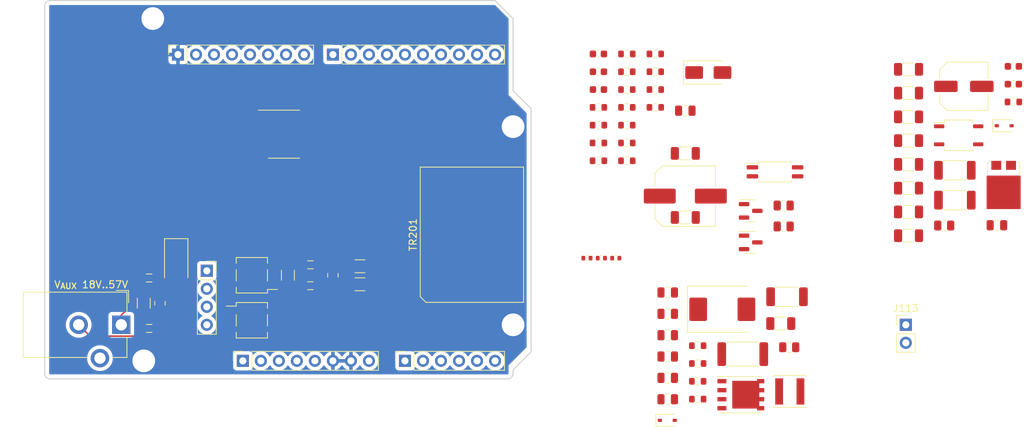
<source format=kicad_pcb>
(kicad_pcb (version 20221018) (generator pcbnew)
  (title_block (date "mar. 31 mars 2015"))
  (layers (0 "F.Cu" signal) (31 "B.Cu" signal) (34 "B.Paste" user) (35 "F.Paste" user) (36 "B.SilkS" user "B.Silkscreen") (37 "F.SilkS" user "F.Silkscreen") (38 "B.Mask" user) (39 "F.Mask" user) (44 "Edge.Cuts" user))
  (net 0 "")
  (net 1 "GND")
  (net 2 "+5V")
  (net 3 "+3V3")
  (net 4 "/~{RESET}")
  (net 5 "/VBAT")
  (net 6 "/V_{IN}")
  (net 7 "/ETH_MDC")
  (net 8 "/ETH_REF_CLK")
  (net 9 "/ETH_MDIO")
  (net 10 "/ETH_CRS_DV")
  (net 11 "/ETH_RXD0")
  (net 12 "/ETH_RXD1")
  (net 13 "/ETH_TX_EN")
  (net 14 "/ETH_TXD0")
  (net 15 "/ETH_TXD1")
  (net 16 "/PA3")
  (net 17 "/PB0")
  (net 18 "/PB2")
  (net 19 "/PE7")
  (net 20 "/PE10")
  (net 21 "/PE12")
  (net 22 "/PE14")
  (net 23 "/ETH_RXER")
  (net 24 "/PE3")
  (net 25 "/PE5")
  (net 26 "/PC13")
  (net 27 "/PC2")
  (net 28 "Net-(D201-COM)")
  (net 29 "/PoE/CTL")
  (net 30 "Net-(C202-Pad2)")
  (net 32 "/PoE/AUX")
  (net 33 "/PoE/PGND")
  (net 34 "Net-(U202-REF)")
  (net 35 "Net-(D201-A)")
  (net 36 "Net-(C206-Pad2)")
  (net 37 "/PoE/VB")
  (net 38 "/PoE/VDD")
  (net 39 "Earth")
  (net 40 "/PoE/VDD_B")
  (net 41 "/PoE/VSS_B")
  (net 42 "/PoE/VSS")
  (net 43 "/PoE/24V")
  (net 44 "/PoE/PR12")
  (net 45 "/PoE/PR36")
  (net 46 "/PoE/PR78")
  (net 47 "/PoE/PR45")
  (net 50 "Net-(R201-Pad2)")
  (net 51 "/PoE/APD")
  (net 52 "Net-(R208-Pad1)")
  (net 53 "/PoE/FRS")
  (net 54 "/PoE/BLNK")
  (net 55 "Net-(R213-Pad2)")
  (net 56 "Net-(R214-Pad2)")
  (net 57 "Net-(U203-CLS)")
  (net 58 "Net-(R218-Pad1)")
  (net 59 "Net-(U203-DEN)")
  (net 60 "Net-(R219-Pad1)")
  (net 61 "Net-(C213-Pad1)")
  (net 62 "Net-(D205-K)")
  (net 64 "/PoE/PPD")
  (net 65 "/PoE/T2P")
  (net 66 "/PoE/V_{AUX}+")
  (net 67 "/PoE/V_{AUX}-")
  (net 69 "Net-(D205-A)")
  (net 70 "Net-(C216-Pad2)")
  (net 71 "/PoE/VC")
  (net 72 "Net-(D206-K)")
  (net 73 "Net-(D206-A)")
  (net 74 "Net-(Q201-S-Pad1)")
  (net 75 "/PoE/GATE")
  (net 76 "/PoE/CS")
  (net 77 "Net-(C222-Pad2)")
  (net 79 "Net-(D207-A)")
  (net 80 "Net-(D208-A-Pad1)")
  (net 81 "Net-(R228-Pad1)")
  (net 82 "Net-(R231-Pad1)")
  (footprint "Connector_PinSocket_2.54mm:PinSocket_1x08_P2.54mm_Vertical" (layer "F.Cu") (at 127.94 97.46 90)
    (fp_text reference "J106" hide)
    (fp_text value "Power" hide)
    (pad "1" thru_hole rect locked (at 0 0 90) (size 1.7 1.7) (drill 1) (layers "*.Cu" "*.Mask") (net 5 "/VBAT"))
    (pad "2" thru_hole oval locked (at 0 2.54 90) (size 1.7 1.7) (drill 1) (layers "*.Cu" "*.Mask"))
    (pad "3" thru_hole oval locked (at 0 5.08 90) (size 1.7 1.7) (drill 1) (layers "*.Cu" "*.Mask") (net 4 "/~{RESET}"))
    (pad "4" thru_hole oval locked (at 0 7.62 90) (size 1.7 1.7) (drill 1) (layers "*.Cu" "*.Mask") (net 3 "+3V3"))
    (pad "5" thru_hole oval locked (at 0 10.16 90) (size 1.7 1.7) (drill 1) (layers "*.Cu" "*.Mask") (net 2 "+5V"))
    (pad "6" thru_hole oval locked (at 0 12.7 90) (size 1.7 1.7) (drill 1) (layers "*.Cu" "*.Mask") (net 1 "GND"))
    (pad "7" thru_hole oval locked (at 0 15.24 90) (size 1.7 1.7) (drill 1) (layers "*.Cu" "*.Mask") (net 1 "GND"))
    (pad "8" thru_hole oval locked (at 0 17.78 90) (size 1.7 1.7) (drill 1) (layers "*.Cu" "*.Mask") (net 6 "/V_{IN}"))
  )
  (footprint "Connector_PinSocket_2.54mm:PinSocket_1x06_P2.54mm_Vertical" (layer "F.Cu") (at 150.8 97.46 90)
    (fp_text reference "J111" hide)
    (fp_text value "Analog" hide)
    (pad "1" thru_hole rect locked (at 0 0 90) (size 1.7 1.7) (drill 1) (layers "*.Cu" "*.Mask") (net 24 "/PE3"))
    (pad "2" thru_hole oval locked (at 0 2.54 90) (size 1.7 1.7) (drill 1) (layers "*.Cu" "*.Mask") (net 25 "/PE5"))
    (pad "3" thru_hole oval locked (at 0 5.08 90) (size 1.7 1.7) (drill 1) (layers "*.Cu" "*.Mask") (net 26 "/PC13"))
    (pad "4" thru_hole oval locked (at 0 7.62 90) (size 1.7 1.7) (drill 1) (layers "*.Cu" "*.Mask") (net 27 "/PC2"))
    (pad "5" thru_hole oval locked (at 0 10.16 90) (size 1.7 1.7) (drill 1) (layers "*.Cu" "*.Mask"))
    (pad "6" thru_hole oval locked (at 0 12.7 90) (size 1.7 1.7) (drill 1) (layers "*.Cu" "*.Mask"))
  )
  (footprint "Resistor_SMD:R_0805_2012Metric" (layer "F.Cu") (at 226.8258 78.3818)
    (fp_text reference "R228" hide)
    (fp_text value "20" hide)
    (pad "1" smd roundrect (at -0.9125 0) (size 1.025 1.4) (layers "F.Cu" "F.Paste" "F.Mask") (roundrect_rratio 0.243902) (net 81 "Net-(R228-Pad1)"))
    (pad "2" smd roundrect (at 0.9125 0) (size 1.025 1.4) (layers "F.Cu" "F.Paste" "F.Mask") (roundrect_rratio 0.243902) (net 79 "Net-(D207-A)"))
  )
  (footprint "Capacitor_SMD:C_1206_3216Metric" (layer "F.Cu") (at 113.9698 89.3318 -90)
    (fp_text reference "C203" hide)
    (fp_text value "1n 2kV" hide)
    (pad "1" smd roundrect (at -1.475 0 270) (size 1.15 1.8) (layers "F.Cu" "F.Paste" "F.Mask") (roundrect_rratio 0.217391) (net 66 "/PoE/V_{AUX}+"))
    (pad "2" smd roundrect (at 1.475 0 270) (size 1.15 1.8) (layers "F.Cu" "F.Paste" "F.Mask") (roundrect_rratio 0.217391) (net 67 "/PoE/V_{AUX}-"))
  )
  (footprint "Capacitor_SMD:C_0805_2012Metric" (layer "F.Cu") (at 187.8428 93.8428)
    (fp_text reference "C225" hide)
    (fp_text value "100n 100V" hide)
    (pad "1" smd roundrect (at -0.95 0) (size 1 1.45) (layers "F.Cu" "F.Paste" "F.Mask") (net 33 "/PoE/PGND"))
    (pad "2" smd roundrect (at 0.95 0) (size 1 1.45) (layers "F.Cu" "F.Paste" "F.Mask") (net 37 "/PoE/VB"))
  )
  (footprint "Diode_SMD:D_SOD-323" (layer "F.Cu") (at 235.2808 64.3118)
    (fp_text reference "D207" hide)
    (fp_text value "1N4148WS" hide)
    (pad "1" smd roundrect (at -1.05 0) (size 0.6 0.45) (layers "F.Cu" "F.Paste" "F.Mask") (net 71 "/PoE/VC"))
    (pad "2" smd roundrect (at 1.05 0) (size 0.6 0.45) (layers "F.Cu" "F.Paste" "F.Mask") (net 79 "Net-(D207-A)"))
  )
  (footprint "Diode_SMD:D_SMC" (layer "F.Cu") (at 195.5378 90.1928)
    (fp_text reference "D214" hide)
    (fp_text value "64V TVS" hide)
    (pad "1" smd roundrect (at -3.4 0 90) (size 3.3 2.5) (layers "F.Cu" "F.Paste" "F.Mask") (roundrect_rratio 0.1) (net 38 "/PoE/VDD"))
    (pad "2" smd roundrect (at 3.4 0 90) (size 3.3 2.5) (layers "F.Cu" "F.Paste" "F.Mask") (roundrect_rratio 0.1) (net 42 "/PoE/VSS"))
  )
  (footprint "Inductor_SMD:L_0805_2012Metric" (layer "F.Cu") (at 114.7318 85.7758)
    (fp_text reference "L201" hide)
    (fp_text value "600Ω@100MHz" hide)
    (pad "1" smd roundrect (at -1.0625 0) (size 0.875 1.2) (layers "F.Cu" "F.Paste" "F.Mask") (net 66 "/PoE/V_{AUX}+"))
    (pad "2" smd roundrect (at 1.0625 0) (size 0.875 1.2) (layers "F.Cu" "F.Paste" "F.Mask") (net 32 "/PoE/AUX"))
  )
  (footprint "Diode_SMD:D_SMA" (layer "F.Cu") (at 193.5675 56.8114)
    (fp_text reference "D205" hide)
    (fp_text value "1A 200V 35ns" hide)
    (pad "1" smd roundrect (at -2 0) (size 2.5 1.8) (layers "F.Cu" "F.Paste" "F.Mask") (roundrect_rratio 0.1388888889) (net 62 "Net-(D205-K)"))
    (pad "2" smd roundrect (at 2 0) (size 2.5 1.8) (layers "F.Cu" "F.Paste" "F.Mask") (roundrect_rratio 0.1388888889) (net 69 "Net-(D205-A)"))
  )
  (footprint "Resistor_SMD:R_0603_1608Metric" (layer "F.Cu") (at 182.0825 56.7014)
    (fp_text reference "R206" hide)
    (fp_text value "2k" hide)
    (pad "1" smd roundrect (at -0.825 0) (size 0.8 0.95) (layers "F.Cu" "F.Paste" "F.Mask") (net 37 "/PoE/VB"))
    (pad "2" smd roundrect (at 0.825 0) (size 0.8 0.95) (layers "F.Cu" "F.Paste" "F.Mask") (net 29 "/PoE/CTL"))
  )
  (footprint "Capacitor_SMD:C_0603_1608Metric" (layer "F.Cu") (at 178.0725 59.2114)
    (fp_text reference "C206" hide)
    (fp_text value "22n 50V" hide)
    (pad "1" smd roundrect (at -0.775 0) (size 0.9 0.95) (layers "F.Cu" "F.Paste" "F.Mask") (net 34 "Net-(U202-REF)"))
    (pad "2" smd roundrect (at 0.775 0) (size 0.9 0.95) (layers "F.Cu" "F.Paste" "F.Mask") (net 36 "Net-(C206-Pad2)"))
  )
  (footprint "Capacitor_SMD:C_1206_3216Metric" (layer "F.Cu") (at 144.4498 84.1248 180)
    (fp_text reference "C212" hide)
    (fp_text value "1n 2kV" hide)
    (pad "1" smd roundrect (at -1.475 0 180) (size 1.15 1.8) (layers "F.Cu" "F.Paste" "F.Mask") (roundrect_rratio 0.217391) (net 39 "Earth"))
    (pad "2" smd roundrect (at 1.475 0 180) (size 1.15 1.8) (layers "F.Cu" "F.Paste" "F.Mask") (roundrect_rratio 0.217391) (net 42 "/PoE/VSS"))
  )
  (footprint "Connector_PinSocket_2.54mm:PinSocket_1x04_P2.54mm_Vertical" (layer "F.Cu") (at 122.8598 84.7598)
    (fp_text reference "J107" hide)
    (fp_text value "Conn_01x04" hide)
    (pad "1" thru_hole rect locked (at 0 0) (size 1.7 1.7) (drill 1) (layers "*.Cu" "*.Mask") (net 44 "/PoE/PR12"))
    (pad "2" thru_hole oval locked (at 0 2.54) (size 1.7 1.7) (drill 1) (layers "*.Cu" "*.Mask") (net 45 "/PoE/PR36"))
    (pad "3" thru_hole oval locked (at 0 5.08) (size 1.7 1.7) (drill 1) (layers "*.Cu" "*.Mask") (net 47 "/PoE/PR45"))
    (pad "4" thru_hole oval locked (at 0 7.62) (size 1.7 1.7) (drill 1) (layers "*.Cu" "*.Mask") (net 46 "/PoE/PR78"))
  )
  (footprint "Package_SO:SOP-4_4.4x2.6mm_P1.27mm" (layer "F.Cu") (at 202.9725 70.8114)
    (fp_text reference "U201" hide)
    (fp_text value "TCMT1107" hide)
    (pad "1" smd roundrect (at -3.1875 -0.635) (size 1.625 0.6) (layers "F.Cu" "F.Paste" "F.Mask") (net 29 "/PoE/CTL"))
    (pad "2" smd roundrect (at -3.1875 0.635) (size 1.625 0.6) (layers "F.Cu" "F.Paste" "F.Mask") (net 33 "/PoE/PGND"))
    (pad "3" smd roundrect (at 3.1875 0.635) (size 1.625 0.6) (layers "F.Cu" "F.Paste" "F.Mask") (net 35 "Net-(D201-A)"))
    (pad "4" smd roundrect (at 3.1875 -0.635) (size 1.625 0.6) (layers "F.Cu" "F.Paste" "F.Mask") (net 50 "Net-(R201-Pad2)"))
  )
  (footprint "Resistor_SMD:R_0603_1608Metric" (layer "F.Cu") (at 186.0925 56.7014)
    (fp_text reference "R213" hide)
    (fp_text value "220" hide)
    (pad "1" smd roundrect (at -0.825 0) (size 0.8 0.95) (layers "F.Cu" "F.Paste" "F.Mask") (net 34 "Net-(U202-REF)"))
    (pad "2" smd roundrect (at 0.825 0) (size 0.8 0.95) (layers "F.Cu" "F.Paste" "F.Mask") (net 55 "Net-(R213-Pad2)"))
  )
  (footprint "Capacitor_SMD:C_Elec_8x10.2" (layer "F.Cu") (at 190.3225 74.2314)
    (fp_text reference "C211" hide)
    (fp_text value "47u 63V" hide)
    (pad "1" smd roundrect (at -3.6 0) (size 4.5 2.1) (layers "F.Cu" "F.Paste" "F.Mask") (roundrect_rratio 0.119048) (net 38 "/PoE/VDD"))
    (pad "2" smd roundrect (at 3.6 0) (size 4.5 2.1) (layers "F.Cu" "F.Paste" "F.Mask") (roundrect_rratio 0.119048) (net 33 "/PoE/PGND"))
  )
  (footprint "Resistor_SMD:R_0603_1608Metric" (layer "F.Cu") (at 178.0725 69.2514)
    (fp_text reference "R204" hide)
    (fp_text value "6k04" hide)
    (pad "1" smd roundrect (at -0.825 0) (size 0.8 0.95) (layers "F.Cu" "F.Paste" "F.Mask") (net 43 "/PoE/24V"))
    (pad "2" smd roundrect (at 0.825 0) (size 0.8 0.95) (layers "F.Cu" "F.Paste" "F.Mask") (net 35 "Net-(D201-A)"))
  )
  (footprint "Resistor_SMD:R_0603_1608Metric" (layer "F.Cu") (at 182.0825 59.2114)
    (fp_text reference "R207" hide)
    (fp_text value "10k" hide)
    (pad "1" smd roundrect (at -0.825 0) (size 0.8 0.95) (layers "F.Cu" "F.Paste" "F.Mask") (net 43 "/PoE/24V"))
    (pad "2" smd roundrect (at 0.825 0) (size 0.8 0.95) (layers "F.Cu" "F.Paste" "F.Mask") (net 34 "Net-(U202-REF)"))
  )
  (footprint "Capacitor_SMD:C_1206_3216Metric" (layer "F.Cu") (at 221.7958 69.7618)
    (fp_text reference "C223" hide)
    (fp_text value "4u7 50V" hide)
    (pad "1" smd roundrect (at -1.475 0) (size 1.15 1.8) (layers "F.Cu" "F.Paste" "F.Mask") (roundrect_rratio 0.217391) (net 43 "/PoE/24V"))
    (pad "2" smd roundrect (at 1.475 0) (size 1.15 1.8) (layers "F.Cu" "F.Paste" "F.Mask") (roundrect_rratio 0.217391) (net 1 "GND"))
  )
  (footprint "Capacitor_SMD:C_1206_3216Metric" (layer "F.Cu") (at 221.7958 56.3618)
    (fp_text reference "C217" hide)
    (fp_text value "1n 2kV" hide)
    (pad "1" smd roundrect (at -1.475 0) (size 1.15 1.8) (layers "F.Cu" "F.Paste" "F.Mask") (roundrect_rratio 0.217391) (net 61 "Net-(C213-Pad1)"))
    (pad "2" smd roundrect (at 1.475 0) (size 1.15 1.8) (layers "F.Cu" "F.Paste" "F.Mask") (roundrect_rratio 0.217391) (net 1 "GND"))
  )
  (footprint "Resistor_SMD:R_0603_1608Metric" (layer "F.Cu") (at 182.0825 54.1914)
    (fp_text reference "R205" hide)
    (fp_text value "240k" hide)
    (pad "1" smd roundrect (at -0.825 0) (size 0.8 0.95) (layers "F.Cu" "F.Paste" "F.Mask") (net 32 "/PoE/AUX"))
    (pad "2" smd roundrect (at 0.825 0) (size 0.8 0.95) (layers "F.Cu" "F.Paste" "F.Mask") (net 51 "/PoE/APD"))
  )
  (footprint "Resistor_SMD:R_0603_1608Metric" (layer "F.Cu") (at 186.0925 61.7214)
    (fp_text reference "R216" hide)
    (fp_text value "470" hide)
    (pad "1" smd roundrect (at -0.825 0) (size 0.8 0.95) (layers "F.Cu" "F.Paste" "F.Mask") (net 56 "Net-(R214-Pad2)"))
    (pad "2" smd roundrect (at 0.825 0) (size 0.8 0.95) (layers "F.Cu" "F.Paste" "F.Mask") (net 1 "GND"))
  )
  (footprint "Package_SO:TSSOP-20-1EP_4.4x6.5mm_P0.65mm_EP2.15x3.35mm" (layer "F.Cu") (at 133.7498 65.5048)
    (fp_text reference "U203" hide)
    (fp_text value "TPS23754PWP" hide)
    (pad "1" smd roundrect (at -2.8875 -2.925) (size 1.475 0.4) (layers "F.Cu" "F.Paste" "F.Mask") (net 29 "/PoE/CTL"))
    (pad "2" smd roundrect (at -2.8875 -2.275) (size 1.475 0.4) (layers "F.Cu" "F.Paste" "F.Mask") (net 37 "/PoE/VB"))
    (pad "3" smd roundrect (at -2.8875 -1.625) (size 1.475 0.4) (layers "F.Cu" "F.Paste" "F.Mask") (net 76 "/PoE/CS"))
    (pad "4" smd roundrect (at -2.8875 -0.975) (size 1.475 0.4) (layers "F.Cu" "F.Paste" "F.Mask") (net 33 "/PoE/PGND"))
    (pad "5" smd roundrect (at -2.8875 -0.325) (size 1.475 0.4) (layers "F.Cu" "F.Paste" "F.Mask") (net 75 "/PoE/GATE"))
    (pad "6" smd roundrect (at -2.8875 0.325) (size 1.475 0.4) (layers "F.Cu" "F.Paste" "F.Mask") (net 71 "/PoE/VC"))
    (pad "7" smd roundrect (at -2.8875 0.975) (size 1.475 0.4) (layers "F.Cu" "F.Paste" "F.Mask"))
    (pad "8" smd roundrect (at -2.8875 1.625) (size 1.475 0.4) (layers "F.Cu" "F.Paste" "F.Mask") (net 33 "/PoE/PGND"))
    (pad "9" smd roundrect (at -2.8875 2.275) (size 1.475 0.4) (layers "F.Cu" "F.Paste" "F.Mask") (net 33 "/PoE/PGND"))
    (pad "10" smd roundrect (at -2.8875 2.925) (size 1.475 0.4) (layers "F.Cu" "F.Paste" "F.Mask") (net 42 "/PoE/VSS"))
    (pad "11" smd roundrect (at 2.8875 2.925) (size 1.475 0.4) (layers "F.Cu" "F.Paste" "F.Mask") (net 38 "/PoE/VDD"))
    (pad "12" smd roundrect (at 2.8875 2.275) (size 1.475 0.4) (layers "F.Cu" "F.Paste" "F.Mask") (net 38 "/PoE/VDD"))
    (pad "13" smd roundrect (at 2.8875 1.625) (size 1.475 0.4) (layers "F.Cu" "F.Paste" "F.Mask") (net 59 "Net-(U203-DEN)"))
    (pad "14" smd roundrect (at 2.8875 0.975) (size 1.475 0.4) (layers "F.Cu" "F.Paste" "F.Mask") (net 64 "/PoE/PPD"))
    (pad "15" smd roundrect (at 2.8875 0.325) (size 1.475 0.4) (layers "F.Cu" "F.Paste" "F.Mask") (net 57 "Net-(U203-CLS)"))
    (pad "16" smd roundrect (at 2.8875 -0.325) (size 1.475 0.4) (layers "F.Cu" "F.Paste" "F.Mask") (net 37 "/PoE/VB"))
    (pad "17" smd roundrect (at 2.8875 -0.975) (size 1.475 0.4) (layers "F.Cu" "F.Paste" "F.Mask") (net 51 "/PoE/APD"))
    (pad "18" smd roundrect (at 2.8875 -1.625) (size 1.475 0.4) (layers "F.Cu" "F.Paste" "F.Mask") (net 54 "/PoE/BLNK"))
    (pad "19" smd roundrect (at 2.8875 -2.275) (size 1.475 0.4) (layers "F.Cu" "F.Paste" "F.Mask") (net 53 "/PoE/FRS"))
    (pad "20" smd roundrect (at 2.8875 -2.925) (size 1.475 0.4) (layers "F.Cu" "F.Paste" "F.Mask") (net 65 "/PoE/T2P"))
    (pad "21" smd rect (at 0 0) (size 2.15 3.35) (layers "F.Cu" "F.Mask") (net 42 "/PoE/VSS"))
  )
  (footprint "Resistor_SMD:R_0603_1608Metric" (layer "F.Cu") (at 192.0728 100.3428)
    (fp_text reference "R224" hide)
    (fp_text value "1k" hide)
    (pad "1" smd roundrect (at -0.825 0) (size 0.8 0.95) (layers "F.Cu" "F.Paste" "F.Mask") (net 74 "Net-(Q201-S-Pad1)"))
    (pad "2" smd roundrect (at 0.825 0) (size 0.8 0.95) (layers "F.Cu" "F.Paste" "F.Mask") (net 76 "/PoE/CS"))
  )
  (footprint "Capacitor_SMD:C_0805_2012Metric" (layer "F.Cu") (at 140.6398 85.3948 90)
    (fp_text reference "C210" hide)
    (fp_text value "100n 100V" hide)
    (pad "1" smd roundrect (at -0.95 0 90) (size 1 1.45) (layers "F.Cu" "F.Paste" "F.Mask") (net 38 "/PoE/VDD"))
    (pad "2" smd roundrect (at 0.95 0 90) (size 1 1.45) (layers "F.Cu" "F.Paste" "F.Mask") (net 42 "/PoE/VSS"))
  )
  (footprint "Capacitor_SMD:C_1206_3216Metric" (layer "F.Cu") (at 221.7958 79.8118)
    (fp_text reference "C230" hide)
    (fp_text value "4u7 50V" hide)
    (pad "1" smd roundrect (at -1.475 0) (size 1.15 1.8) (layers "F.Cu" "F.Paste" "F.Mask") (roundrect_rratio 0.217391) (net 43 "/PoE/24V"))
    (pad "2" smd roundrect (at 1.475 0) (size 1.15 1.8) (layers "F.Cu" "F.Paste" "F.Mask") (roundrect_rratio 0.217391) (net 1 "GND"))
  )
  (footprint "Connector_PinHeader_2.54mm:PinHeader_1x02_P2.54mm_Vertical" (layer "F.Cu") (at 221.4118 92.3798)
    (fp_text reference "J113" (at 0 -2.33) (layer "F.SilkS"))
    (fp_text value "Conn_01x02")
    (pad "1" thru_hole rect (at 0 0) (size 1.7 1.7) (drill 1) (layers "*.Cu" "*.Mask") (net 43 "/PoE/24V"))
    (pad "2" thru_hole oval (at 0 2.54) (size 1.7 1.7) (drill 1) (layers "*.Cu" "*.Mask") (net 1 "GND"))
  )
  (footprint "Resistor_SMD:R_0603_1608Metric" (layer "F.Cu") (at 178.0725 64.2314)
    (fp_text reference "R202" hide)
    (fp_text value "10k" hide)
    (pad "1" smd roundrect (at -0.825 0) (size 0.8 0.95) (layers "F.Cu" "F.Paste" "F.Mask") (net 43 "/PoE/24V"))
    (pad "2" smd roundrect (at 0.825 0) (size 0.8 0.95) (layers "F.Cu" "F.Paste" "F.Mask") (net 28 "Net-(D201-COM)"))
  )
  (footprint "Resistor_SMD:R_0402_1005Metric" (layer "F.Cu") (at 176.4558 82.9818 180)
    (fp_text reference "R218" hide)
    (fp_text value "20k" hide)
    (pad "1" smd roundrect (at -0.51 0 180) (size 0.54 0.64) (layers "F.Cu" "F.Paste" "F.Mask") (net 58 "Net-(R218-Pad1)"))
    (pad "2" smd roundrect (at 0.51 0 180) (size 0.54 0.64) (layers "F.Cu" "F.Paste" "F.Mask") (net 59 "Net-(U203-DEN)"))
  )
  (footprint "Capacitor_SMD:C_1206_3216Metric" (layer "F.Cu") (at 203.7828 92.2028)
    (fp_text reference "C214" hide)
    (fp_text value "2u2 100V" hide)
    (pad "1" smd roundrect (at -1.475 0) (size 1.15 1.8) (layers "F.Cu" "F.Paste" "F.Mask") (roundrect_rratio 0.217391) (net 61 "Net-(C213-Pad1)"))
    (pad "2" smd roundrect (at 1.475 0) (size 1.15 1.8) (layers "F.Cu" "F.Paste" "F.Mask") (roundrect_rratio 0.217391) (net 33 "/PoE/PGND"))
  )
  (footprint "Capacitor_SMD:C_0805_2012Metric" (layer "F.Cu") (at 190.3225 62.1914)
    (fp_text reference "C201" hide)
    (fp_text value "1u 50V" hide)
    (pad "1" smd roundrect (at -0.95 0) (size 1 1.45) (layers "F.Cu" "F.Paste" "F.Mask") (net 1 "GND"))
    (pad "2" smd roundrect (at 0.95 0) (size 1 1.45) (layers "F.Cu" "F.Paste" "F.Mask") (net 28 "Net-(D201-COM)"))
  )
  (footprint "Resistor_SMD:R_2010_5025Metric" (layer "F.Cu") (at 228.3258 74.8018)
    (fp_text reference "R230" hide)
    (fp_text value "100 750mW" hide)
    (pad "1" smd roundrect (at -2.3125 0) (size 1.225 2.65) (layers "F.Cu" "F.Paste" "F.Mask") (roundrect_rratio 0.204082) (net 80 "Net-(D208-A-Pad1)"))
    (pad "2" smd roundrect (at 2.3125 0) (size 1.225 2.65) (layers "F.Cu" "F.Paste" "F.Mask") (roundrect_rratio 0.204082) (net 77 "Net-(C222-Pad2)"))
  )
  (footprint "Capacitor_SMD:C_1206_3216Metric" (layer "F.Cu") (at 221.7958 63.0618)
    (fp_text reference "C220" hide)
    (fp_text value "1n 2kV" hide)
    (pad "1" smd roundrect (at -1.475 0) (size 1.15 1.8) (layers "F.Cu" "F.Paste" "F.Mask") (roundrect_rratio 0.217391) (net 33 "/PoE/PGND"))
    (pad "2" smd roundrect (at 1.475 0) (size 1.15 1.8) (layers "F.Cu" "F.Paste" "F.Mask") (roundrect_rratio 0.217391) (net 1 "GND"))
  )
  (footprint "Package_SO:PowerPAK_SO-8_Single" (layer "F.Cu") (at 198.1528 102.2328)
    (fp_text reference "Q201" hide)
    (fp_text value "Si7450DP" hide)
    (pad "1" smd rect (at -2.67 -1.905) (size 1.27 0.61) (layers "F.Cu" "F.Paste" "F.Mask") (net 74 "Net-(Q201-S-Pad1)"))
    (pad "2" smd rect (at -2.67 -0.635) (size 1.27 0.61) (layers "F.Cu" "F.Paste" "F.Mask") (net 74 "Net-(Q201-S-Pad1)"))
    (pad "3" smd rect (at -2.67 0.635) (size 1.27 0.61) (layers "F.Cu" "F.Paste" "F.Mask") (net 74 "Net-(Q201-S-Pad1)"))
    (pad "4" smd rect (at -2.67 1.905) (size 1.27 0.61) (layers "F.Cu" "F.Paste" "F.Mask") (net 73 "Net-(D206-A)"))
    (pad "5" smd rect (at 0.69 0) (size 3.81 3.91) (layers "F.Cu" "F.Paste" "F.Mask") (net 69 "Net-(D205-A)"))
    (pad "5" smd rect (at 2.795 -1.905) (size 1.02 0.61) (layers "F.Cu" "F.Paste" "F.Mask") (net 69 "Net-(D205-A)"))
    (pad "5" smd rect (at 2.795 -0.635) (size 1.02 0.61) (layers "F.Cu" "F.Paste" "F.Mask") (net 69 "Net-(D205-A)"))
    (pad "5" smd rect (at 2.795 0.635) (size 1.02 0.61) (layers "F.Cu" "F.Paste" "F.Mask") (net 69 "Net-(D205-A)"))
    (pad "5" smd rect (at 2.795 1.905) (size 1.02 0.61) (layers "F.Cu" "F.Paste" "F.Mask") (net 69 "Net-(D205-A)"))
  )
  (footprint "Connector_BarrelJack:BarrelJack_CUI_PJ-102AH_Horizontal" (layer "F.Cu") (at 110.7948 92.3798 -90)
    (fp_text reference "J112" hide)
    (fp_text value "Barrel_Jack" hide)
    (pad "1" thru_hole rect locked (at 0 0 270) (size 2.6 2.6) (drill 1.6) (layers "*.Cu" "*.Mask") (net 66 "/PoE/V_{AUX}+"))
    (pad "2" thru_hole circle locked (at 0 6 270) (size 2.6 2.6) (drill 1.6) (layers "*.Cu" "*.Mask") (net 67 "/PoE/V_{AUX}-"))
    (pad "3" thru_hole circle locked (at 4.7 3 270) (size 2.6 2.6) (drill 1.6) (layers "*.Cu" "*.Mask"))
  )
  (footprint "Capacitor_SMD:C_1206_3216Metric" (layer "F.Cu") (at 221.7958 73.1118)
    (fp_text reference "C224" hide)
    (fp_text value "4u7 50V" hide)
    (pad "1" smd roundrect (at -1.475 0) (size 1.15 1.8) (layers "F.Cu" "F.Paste" "F.Mask") (roundrect_rratio 0.217391) (net 43 "/PoE/24V"))
    (pad "2" smd roundrect (at 1.475 0) (size 1.15 1.8) (layers "F.Cu" "F.Paste" "F.Mask") (roundrect_rratio 0.217391) (net 1 "GND"))
  )
  (footprint "Capacitor_SMD:C_0603_1608Metric" (layer "F.Cu") (at 236.5758 58.4518)
    (fp_text reference "C232" hide)
    (fp_text value "1u 50V" hide)
    (pad "1" smd roundrect (at -0.775 0) (size 0.9 0.95) (layers "F.Cu" "F.Paste" "F.Mask") (net 43 "/PoE/24V"))
    (pad "2" smd roundrect (at 0.775 0) (size 0.9 0.95) (layers "F.Cu" "F.Paste" "F.Mask") (net 1 "GND"))
  )
  (footprint "Capacitor_SMD:C_0805_2012Metric" (layer "F.Cu") (at 187.8428 87.8228)
    (fp_text reference "C215" hide)
    (fp_text value "100n 100V" hide)
    (pad "1" smd roundrect (at -0.95 0) (size 1 1.45) (layers "F.Cu" "F.Paste" "F.Mask") (net 61 "Net-(C213-Pad1)"))
    (pad "2" smd roundrect (at 0.95 0) (size 1 1.45) (layers "F.Cu" "F.Paste" "F.Mask") (net 62 "Net-(D205-K)"))
  )
  (footprint "Capacitor_SMD:C_0603_1608Metric" (layer "F.Cu") (at 236.5758 55.9418)
    (fp_text reference "C219" hide)
    (fp_text value "1u 50V" hide)
    (pad "1" smd roundrect (at -0.775 0) (size 0.9 0.95) (layers "F.Cu" "F.Paste" "F.Mask") (net 71 "/PoE/VC"))
    (pad "2" smd roundrect (at 0.775 0) (size 0.9 0.95) (layers "F.Cu" "F.Paste" "F.Mask") (net 33 "/PoE/PGND"))
  )
  (footprint "Inductor_SMD:L_0805_2012Metric" (layer "F.Cu") (at 137.4648 83.9198)
    (fp_text reference "L204" hide)
    (fp_text value "600Ω@100MHz" hide)
    (pad "1" smd roundrect (at -1.0625 0) (size 0.875 1.2) (layers "F.Cu" "F.Paste" "F.Mask") (net 41 "/PoE/VSS_B"))
    (pad "2" smd roundrect (at 1.0625 0) (size 0.875 1.2) (layers "F.Cu" "F.Paste" "F.Mask") (net 42 "/PoE/VSS"))
  )
  (footprint "Arduino_MountingHole:MountingHole_3.2mm" (layer "F.Cu") (at 115.24 49.2)
    (fp_text reference "MH1" hide)
    (fp_text value "MountingHole_3.2mm" hide)
    (pad "" np_thru_hole circle locked (at 0 0) (size 3.2 3.2) (drill 3.2) (layers "*.Cu" "*.Mask"))
  )
  (footprint "Capacitor_SMD:C_Elec_6.3x5.4" (layer "F.Cu") (at 229.5958 58.7618)
    (fp_text reference "C231" hide)
    (fp_text value "22u 63V" hide)
    (pad "1" smd roundrect (at -2.5375 0) (size 3.325 1.6) (layers "F.Cu" "F.Paste" "F.Mask") (roundrect_rratio 0.15625) (net 43 "/PoE/24V"))
    (pad "2" smd roundrect (at 2.5375 0) (size 3.325 1.6) (layers "F.Cu" "F.Paste" "F.Mask") (roundrect_rratio 0.15625) (net 1 "GND"))
  )
  (footprint "Inductor_SMD:L_0805_2012Metric" (layer "F.Cu") (at 137.4648 86.8698)
    (fp_text reference "L203" hide)
    (fp_text value "600Ω@100MHz" hide)
    (pad "1" smd roundrect (at -1.0625 0) (size 0.875 1.2) (layers "F.Cu" "F.Paste" "F.Mask") (net 40 "/PoE/VDD_B"))
    (pad "2" smd roundrect (at 1.0625 0) (size 0.875 1.2) (layers "F.Cu" "F.Paste" "F.Mask") (net 38 "/PoE/VDD"))
  )
  (footprint "Package_TO_SOT_SMD:SOT-23" (layer "F.Cu") (at 199.5425 80.7614)
    (fp_text reference "U202" hide)
    (fp_text value "CJ431" hide)
    (pad "1" smd roundrect (at -0.9375 -0.95) (size 1.475 0.6) (layers "F.Cu" "F.Paste" "F.Mask") (net 34 "Net-(U202-REF)"))
    (pad "2" smd roundrect (at -0.9375 0.95) (size 1.475 0.6) (layers "F.Cu" "F.Paste" "F.Mask") (net 35 "Net-(D201-A)"))
    (pad "3" smd roundrect (at 0.9375 0) (size 1.475 0.6) (layers "F.Cu" "F.Paste" "F.Mask") (net 1 "GND"))
  )
  (footprint "Resistor_SMD:R_0603_1608Metric" (layer "F.Cu") (at 192.0728 95.3228)
    (fp_text reference "R222" hide)
    (fp_text value "100" hide)
    (pad "1" smd roundrect (at -0.825 0) (size 0.8 0.95) (layers "F.Cu" "F.Paste" "F.Mask") (net 73 "Net-(D206-A)"))
    (pad "2" smd roundrect (at 0.825 0) (size 0.8 0.95) (layers "F.Cu" "F.Paste" "F.Mask") (net 75 "/PoE/GATE"))
  )
  (footprint "Capacitor_SMD:C_1206_3216Metric" (layer "F.Cu") (at 221.7958 76.4618)
    (fp_text reference "C226" hide)
    (fp_text value "4u7 50V" hide)
    (pad "1" smd roundrect (at -1.475 0) (size 1.15 1.8) (layers "F.Cu" "F.Paste" "F.Mask") (roundrect_rratio 0.217391) (net 43 "/PoE/24V"))
    (pad "2" smd roundrect (at 1.475 0) (size 1.15 1.8) (layers "F.Cu" "F.Paste" "F.Mask") (roundrect_rratio 0.217391) (net 1 "GND"))
  )
  (footprint "Resistor_SMD:R_0603_1608Metric" (layer "F.Cu") (at 182.0825 69.2514)
    (fp_text reference "R211" hide)
    (fp_text value "49.9k" hide)
    (pad "1" smd roundrect (at -0.825 0) (size 0.8 0.95) (layers "F.Cu" "F.Paste" "F.Mask") (net 33 "/PoE/PGND"))
    (pad "2" smd roundrect (at 0.825 0) (size 0.8 0.95) (layers "F.Cu" "F.Paste" "F.Mask") (net 54 "/PoE/BLNK"))
  )
  (footprint "Capacitor_SMD:C_0805_2012Metric" (layer "F.Cu") (at 187.8428 102.8728)
    (fp_text reference "C229" hide)
    (fp_text value "100n 100V" hide)
    (pad "1" smd roundrect (at -0.95 0) (size 1 1.45) (layers "F.Cu" "F.Paste" "F.Mask") (net 38 "/PoE/VDD"))
    (pad "2" smd roundrect (at 0.95 0) (size 1 1.45) (layers "F.Cu" "F.Paste" "F.Mask") (net 42 "/PoE/VSS"))
  )
  (footprint "Package_SO:SOP-4_3.8x4.1mm_P2.54mm" (layer "F.Cu") (at 228.8658 65.6618)
    (fp_text reference "U204" hide)
    (fp_text value "EL357N(C)(TA)-G" hide)
    (pad "1" smd roundrect (at -2.75 -1.27) (size 1.45 0.55) (layers "F.Cu" "F.Paste" "F.Mask") (net 82 "Net-(R231-Pad1)"))
    (pad "2" smd roundrect (at -2.75 1.27) (size 1.45 0.55) (layers "F.Cu" "F.Paste" "F.Mask") (net 65 "/PoE/T2P"))
    (pad "3" smd roundrect (at 2.75 1.27) (size 1.45 0.55) (layers "F.Cu" "F.Paste" "F.Mask"))
    (pad "4" smd roundrect (at 2.75 -1.27) (size 1.45 0.55) (layers "F.Cu" "F.Paste" "F.Mask"))
  )
  (footprint "Capacitor_SMD:C_1206_3216Metric" (layer "F.Cu") (at 134.2898 85.3948 90)
    (fp_text reference "C209" hide)
    (fp_text value "1n 2kV" hide)
    (pad "1" smd roundrect (at -1.475 0 90) (size 1.15 1.8) (layers "F.Cu" "F.Paste" "F.Mask") (roundrect_rratio 0.217391) (net 40 "/PoE/VDD_B"))
    (pad "2" smd roundrect (at 1.475 0 90) (size 1.15 1.8) (layers "F.Cu" "F.Paste" "F.Mask") (roundrect_rratio 0.217391) (net 41 "/PoE/VSS_B"))
  )
  (footprint "Capacitor_SMD:C_0805_2012Metric" (layer "F.Cu") (at 187.8428 90.8328)
    (fp_text reference "C216" hide)
    (fp_text value "100p 500V" hide)
    (pad "1" smd roundrect (at -0.95 0) (size 1 1.45) (layers "F.Cu" "F.Paste" "F.Mask") (net 69 "Net-(D205-A)"))
    (pad "2" smd roundrect (at 0.95 0) (size 1 1.45) (layers "F.Cu" "F.Paste" "F.Mask") (net 70 "Net-(C216-Pad2)"))
  )
  (footprint "Resistor_SMD:R_2010_5025Metric" (layer "F.Cu") (at 228.3258 70.5918)
    (fp_text reference "R229" hide)
    (fp_text value "100 750mW" hide)
    (pad "1" smd roundrect (at -2.3125 0) (size 1.225 2.65) (layers "F.Cu" "F.Paste" "F.Mask") (roundrect_rratio 0.204082) (net 80 "Net-(D208-A-Pad1)"))
    (pad "2" smd roundrect (at 2.3125 0) (size 1.225 2.65) (layers "F.Cu" "F.Paste" "F.Mask") (roundrect_rratio 0.204082) (net 77 "Net-(C222-Pad2)"))
  )
  (footprint "Resistor_SMD:R_0805_2012Metric" (layer "F.Cu") (at 204.1925 78.5114)
    (fp_text reference "R217" hide)
    (fp_text value "68" hide)
    (pad "1" smd roundrect (at -0.9125 0) (size 1.025 1.4) (layers "F.Cu" "F.Paste" "F.Mask") (roundrect_rratio 0.243902) (net 42 "/PoE/VSS"))
    (pad "2" smd roundrect (at 0.9125 0) (size 1.025 1.4) (layers "F.Cu" "F.Paste" "F.Mask") (roundrect_rratio 0.243902) (net 57 "Net-(U203-CLS)"))
  )
  (footprint "Resistor_SMD:R_0603_1608Metric" (layer "F.Cu") (at 192.0728 97.8328)
    (fp_text reference "R223" hide)
    (fp_text value "4E7" hide)
    (pad "1" smd roundrect (at -0.825 0) (size 0.8 0.95) (layers "F.Cu" "F.Paste" "F.Mask") (net 72 "Net-(D206-K)"))
    (pad "2" smd roundrect (at 0.825 0) (size 0.8 0.95) (layers "F.Cu" "F.Paste" "F.Mask") (net 75 "/PoE/GATE"))
  )
  (footprint "Connector_PinSocket_2.54mm:PinSocket_1x10_P2.54mm_Vertical" (layer "F.Cu") (at 140.64 54.28 90)
    (fp_text reference "J108" hide)
    (fp_text value "Ethernet" hide)
    (pad "1" thru_hole rect locked (at 0 0 90) (size 1.7 1.7) (drill 1) (layers "*.Cu" "*.Mask") (net 23 "/ETH_RXER"))
    (pad "2" thru_hole oval locked (at 0 2.54 90) (size 1.7 1.7) (drill 1) (layers "*.Cu" "*.Mask") (net 15 "/ETH_TXD1"))
    (pad "3" thru_hole oval locked (at 0 5.08 90) (size 1.7 1.7) (drill 1) (layers "*.Cu" "*.Mask") (net 14 "/ETH_TXD0"))
    (pad "4" thru_hole oval locked (at 0 7.62 90) (size 1.7 1.7) (drill 1) (layers "*.Cu" "*.Mask") (net 13 "/ETH_TX_EN"))
    (pad "5" thru_hole oval locked (at 0 10.16 90) (size 1.7 1.7) (drill 1) (layers "*.Cu" "*.Mask") (net 12 "/ETH_RXD1"))
    (pad "6" thru_hole oval locked (at 0 12.7 90) (size 1.7 1.7) (drill 1) (layers "*.Cu" "*.Mask") (net 11 "/ETH_RXD0"))
    (pad "7" thru_hole oval locked (at 0 15.24 90) (size 1.7 1.7) (drill 1) (layers "*.Cu" "*.Mask") (net 10 "/ETH_CRS_DV"))
    (pad "8" thru_hole oval locked (at 0 17.78 90) (size 1.7 1.7) (drill 1) (layers "*.Cu" "*.Mask") (net 9 "/ETH_MDIO"))
    (pad "9" thru_hole oval locked (at 0 20.32 90) (size 1.7 1.7) (drill 1) (layers "*.Cu" "*.Mask") (net 8 "/ETH_REF_CLK"))
    (pad "10" thru_hole oval locked (at 0 22.86 90) (size 1.7 1.7) (drill 1) (layers "*.Cu" "*.Mask") (net 7 "/ETH_MDC"))
  )
  (footprint "Capacitor_SMD:C_0805_2012Metric" (layer "F.Cu") (at 116.2558 89.3318 -90)
    (fp_text reference "C204" hide)
    (fp_text value "100n 100V" hide)
    (pad "1" smd roundrect (at -0.95 0 270) (size 1 1.45) (layers "F.Cu" "F.Paste" "F.Mask") (net 32 "/PoE/AUX"))
    (pad "2" smd roundrect (at 0.95 0 270) (size 1 1.45) (layers "F.Cu" "F.Paste" "F.Mask") (net 33 "/PoE/PGND"))
  )
  (footprint "Package_TO_SOT_SMD:SOT-23" (layer "F.Cu") (at 199.5425 76.3114)
    (fp_text reference "D201" hide)
    (fp_text value "BAT54S" hide)
    (pad "1" smd roundrect (at -0.9375 -0.95) (size 1.475 0.6) (layers "F.Cu" "F.Paste" "F.Mask") (net 35 "Net-(D201-A)"))
    (pad "2" smd roundrect (at -0.9375 0.95) (size 1.475 0.6) (layers "F.Cu" "F.Paste" "F.Mask") (net 43 "/PoE/24V"))
    (pad "3" smd roundrect (at 0.9375 0) (size 1.475 0.6) (layers "F.Cu" "F.Paste" "F.Mask") (net 28 "Net-(D201-COM)"))
  )
  (footprint "Resistor_SMD:R_0603_1608Metric" (layer "F.Cu") (at 186.0925 54.1914)
    (fp_text reference "R212" hide)
    (fp_text value "10k" hide)
    (pad "1" smd roundrect (at -0.825 0) (size 0.8 0.95) (layers "F.Cu" "F.Paste" "F.Mask") (net 35 "Net-(D201-A)"))
    (pad "2" smd roundrect (at 0.825 0) (size 0.8 0.95) (layers "F.Cu" "F.Paste" "F.Mask") (net 36 "Net-(C206-Pad2)"))
  )
  (footprint "Connector_PinSocket_2.54mm:PinSocket_1x08_P2.54mm_Vertical" (layer "F.Cu") (at 118.796 54.28 90)
    (fp_text reference "J104" hide)
    (fp_text value "STM32 GPIO" hide)
    (pad "1" thru_hole rect locked (at 0 0 90) (size 1.7 1.7) (drill 1) (layers "*.Cu" "*.Mask") (net 1 "GND"))
    (pad "2" thru_hole oval locked (at 0 2.54 90) (size 1.7 1.7) (drill 1) (layers "*.Cu" "*.Mask") (net 22 "/PE14"))
    (pad "3" thru_hole oval locked (at 0 5.08 90) (size 1.7 1.7) (drill 1) (layers "*.Cu" "*.Mask") (net 21 "/PE12"))
    (pad "4" thru_hole oval locked (at 0 7.62 90) (size 1.7 1.7) (drill 1) (layers "*.Cu" "*.Mask") (net 20 "/PE10"))
    (pad "5" thru_hole oval locked (at 0 10.16 90) (size 1.7 1.7) (drill 1) (layers "*.Cu" "*.Mask") (net 19 "/PE7"))
    (pad "6" thru_hole oval locked (at 0 12.7 90) (size 1.7 1.7) (drill 1) (layers "*.Cu" "*.Mask") (net 18 "/PB2"))
    (pad "7" thru_hole oval locked (at 0 15.24 90) (size 1.7 1.7) (drill 1) (layers "*.Cu" "*.Mask") (net 17 "/PB0"))
    (pad "8" thru_hole oval locked (at 0 17.78 90) (size 1.7 1.7) (drill 1) (layers "*.Cu" "*.Mask") (net 16 "/PA3"))
  )
  (footprint "Resistor_SMD:R_0603_1608Metric" (layer "F.Cu") (at 178.0725 66.7414)
    (fp_text reference "R203" hide)
    (fp_text value "1k5" hide)
    (pad "1" smd roundrect (at -0.825 0) (size 0.8 0.95) (layers "F.Cu" "F.Paste" "F.Mask") (net 37 "/PoE/VB"))
    (pad "2" smd roundrect (at 0.825 0) (size 0.8 0.95) (layers "F.Cu" "F.Paste" "F.Mask") (net 30 "Net-(C202-Pad2)"))
  )
  (footprint "Resistor_SMD:R_0603_1608Metric" (layer "F.Cu") (at 182.0825 61.7214)
    (fp_text reference "R208" hide)
    (fp_text value "49.9k" hide)
    (pad "1" smd roundrect (at -0.825 0) (size 0.8 0.95) (layers "F.Cu" "F.Paste" "F.Mask") (net 52 "Net-(R208-Pad1)"))
    (pad "2" smd roundrect (at 0.825 0) (size 0.8 0.95) (layers "F.Cu" "F.Paste" "F.Mask") (net 53 "/PoE/FRS"))
  )
  (footprint "Resistor_SMD:R_0402_1005Metric" (layer "F.Cu") (at 180.519799 82.9818 180)
    (fp_text reference "R220" hide)
    (fp_text value "200" hide)
    (pad "1" smd roundrect (at -0.51 0 180) (size 0.54 0.64) (layers "F.Cu" "F.Paste" "F.Mask") (net 38 "/PoE/VDD"))
    (pad "2" smd roundrect (at 0.51 0 180) (size 0.54 0.64) (layers "F.Cu" "F.Paste" "F.Mask") (net 60 "Net-(R219-Pad1)"))
  )
  (footprint "Resistor_SMD:R_0603_1608Metric" (layer "F.Cu") (at 178.0725 61.7214)
    (fp_text reference "R201" hide)
    (fp_text value "4k99" hide)
    (pad "1" smd roundrect (at -0.825 0) (size 0.8 0.95) (layers "F.Cu" "F.Paste" "F.Mask") (net 43 "/PoE/24V"))
    (pad "2" smd roundrect (at 0.825 0) (size 0.8 0.95) (layers "F.Cu" "F.Paste" "F.Mask") (net 50 "Net-(R201-Pad2)"))
  )
  (footprint "Capacitor_SMD:C_1206_3216Metric" (layer "F.Cu") (at 221.7958 66.4118)
    (fp_text reference "C221" hide)
    (fp_text value "1n 2kV" hide)
    (pad "1" smd roundrect (at -1.475 0) (size 1.15 1.8) (layers "F.Cu" "F.Paste" "F.Mask") (roundrect_rratio 0.217391) (net 33 "/PoE/PGND"))
    (pad "2" smd roundrect (at 1.475 0) (size 1.15 1.8) (layers "F.Cu" "F.Paste" "F.Mask") (roundrect_rratio 0.217391) (net 1 "GND"))
  )
  (footprint "Capacitor_SMD:C_0805_2012Metric" (layer "F.Cu") (at 187.8428 99.8628)
    (fp_text reference "C228" hide)
    (fp_text value "1u 50V" hide)
    (pad "1" smd roundrect (at -0.95 0) (size 1 1.45) (layers "F.Cu" "F.Paste" "F.Mask") (net 71 "/PoE/VC"))
    (pad "2" smd roundrect (at 0.95 0) (size 1 1.45) (layers "F.Cu" "F.Paste" "F.Mask") (net 33 "/PoE/PGND"))
  )
  (footprint "Package_TO_SOT_SMD:TO-277A" (layer "F.Cu") (at 235.2058 72.6618)
    (fp_text reference "D208" hide)
    (fp_text value "150V 10A" hide)
    (pad "1" smd rect (at -1.04 -2.765) (size 1.4 1.27) (layers "F.Cu" "F.Paste" "F.Mask") (net 80 "Net-(D208-A-Pad1)"))
    (pad "2" smd rect (at 1.04 -2.765) (size 1.4 1.27) (layers "F.Cu" "F.Paste" "F.Mask") (net 80 "Net-(D208-A-Pad1)"))
    (pad "3" smd rect (at 0 1.04) (size 4.8 4.72) (layers "F.Cu" "F.Mask") (net 43 "/PoE/24V"))
  )
  (footprint "Package_TO_SOT_SMD:TO-269AA" (layer "F.Cu") (at 129.2098 91.7448)
    (fp_text reference "D204" hide)
    (fp_text value "MB10S" hide)
    (pad "1" smd rect (at -3.075 -1.27) (size 1 0.8) (layers "F.Cu" "F.Paste" "F.Mask") (net 40 "/PoE/VDD_B"))
    (pad "2" smd rect (at -3.075 1.27) (size 1 0.8) (layers "F.Cu" "F.Paste" "F.Mask") (net 41 "/PoE/VSS_B"))
    (pad "3" smd rect (at 3.075 1.27) (size 1 0.8) (layers "F.Cu" "F.Paste" "F.Mask") (net 46 "/PoE/PR78"))
    (pad "4" smd rect (at 3.075 -1.27) (size 1 0.8) (layers "F.Cu" "F.Paste" "F.Mask") (net 47 "/PoE/PR45"))
  )
  (footprint "Resistor_SMD:R_0603_1608Metric" (layer "F.Cu") (at 182.0825 66.7414)
    (fp_text reference "R210" hide)
    (fp_text value "22k" hide)
    (pad "1" smd roundrect (at -0.825 0) (size 0.8 0.95) (layers "F.Cu" "F.Paste" "F.Mask") (net 51 "/PoE/APD"))
    (pad "2" smd roundrect (at 0.825 0) (size 0.8 0.95) (layers "F.Cu" "F.Paste" "F.Mask") (net 33 "/PoE/PGND"))
  )
  (footprint "Inductor_SMD:L_Sunlord_SWPA4030S" (layer "F.Cu") (at 205.0528 101.7778)
    (fp_text reference "L205" hide)
    (fp_text value "3u3" hide)
    (pad "1" smd rect (at -1.5 0) (size 1.1 3.7) (layers "F.Cu" "F.Paste" "F.Mask") (net 38 "/PoE/VDD"))
    (pad "2" smd rect (at 1.5 0) (size 1.1 3.7) (layers "F.Cu" "F.Paste" "F.Mask") (net 61 "Net-(C213-Pad1)"))
  )
  (footprint "Capacitor_SMD:C_1206_3216Metric" (layer "F.Cu") (at 190.3225 77.2414)
    (fp_text reference "C213" hide)
    (fp_text value "2u2 100V" hide)
    (pad "1" smd roundrect (at -1.475 0) (size 1.15 1.8) (layers "F.Cu" "F.Paste" "F.Mask") (roundrect_rratio 0.217391) (net 61 "Net-(C213-Pad1)"))
    (pad "2" smd roundrect (at 1.475 0) (size 1.15 1.8) (layers "F.Cu" "F.Paste" "F.Mask") (roundrect_rratio 0.217391) (net 33 "/PoE/PGND"))
  )
  (footprint "Diode_SMD:D_SOD-323" (layer "F.Cu") (at 187.7878 105.8528)
    (fp_text reference "D206" hide)
    (fp_text value "1N4148WS" hide)
    (pad "1" smd roundrect (at -1.05 0) (size 0.6 0.45) (layers "F.Cu" "F.Paste" "F.Mask") (net 72 "Net-(D206-K)"))
    (pad "2" smd roundrect (at 1.05 0) (size 0.6 0.45) (layers "F.Cu" "F.Paste" "F.Mask") (net 73 "Net-(D206-A)"))
  )
  (footprint "Inductor_SMD:L_0805_2012Metric" (layer "F.Cu") (at 114.7318 92.8878)
    (fp_text reference "L202" hide)
    (fp_text value "600Ω@100MHz" hide)
    (pad "1" smd roundrect (at -1.0625 0) (size 0.875 1.2) (layers "F.Cu" "F.Paste" "F.Mask") (net 67 "/PoE/V_{AUX}-"))
    (pad "2" smd roundrect (at 1.0625 0) (size 0.875 1.2) (layers "F.Cu" "F.Paste" "F.Mask") (net 33 "/PoE/PGND"))
  )
  (footprint "Resistor_SMD:R_0603_1608Metric" (layer "F.Cu") (at 186.0925 59.2114)
    (fp_text reference "R214" hide)
    (fp_text value "470" hide)
    (pad "1" smd roundrect (at -0.825 0) (size 0.8 0.95) (layers "F.Cu" "F.Paste" "F.Mask") (net 55 "Net-(R213-Pad2)"))
    (pad "2" smd roundrect (at 0.825 0) (size 0.8 0.95) (layers "F.Cu" "F.Paste" "F.Mask") (net 56 "Net-(R214-Pad2)"))
  )
  (footprint "Capacitor_SMD:C_0603_1608Metric" (layer "F.Cu") (at 178.0725 56.7014)
    (fp_text reference "C205" hide)
    (fp_text value "100p 50V" hide)
    (pad "1" smd roundrect (at -0.775 0) (size 0.9 0.95) (layers "F.Cu" "F.Paste" "F.Mask") (net 34 "Net-(U202-REF)"))
    (pad "2" smd roundrect (at 0.775 0) (size 0.9 0.95) (layers "F.Cu" "F.Paste" "F.Mask") (net 35 "Net-(D201-A)"))
  )
  (footprint "Capacitor_SMD:C_1206_3216Metric" (layer "F.Cu") (at 221.7958 59.7118)
    (fp_text reference "C218" hide)
    (fp_text value "1n 2kV" hide)
    (pad "1" smd roundrect (at -1.475 0) (size 1.15 1.8) (layers "F.Cu" "F.Paste" "F.Mask") (roundrect_rratio 0.217391) (net 61 "Net-(C213-Pad1)"))
    (pad "2" smd roundrect (at 1.475 0) (size 1.15 1.8) (layers "F.Cu" "F.Paste" "F.Mask") (roundrect_rratio 0.217391) (net 1 "GND"))
  )
  (footprint "Resistor_SMD:R_0805_2012Metric" (layer "F.Cu") (at 204.9728 95.5428)
    (fp_text reference "R221" hide)
    (fp_text value "39k" hide)
    (pad "1" smd roundrect (at -0.9125 0) (size 1.025 1.4) (layers "F.Cu" "F.Paste" "F.Mask") (roundrect_rratio 0.243902) (net 61 "Net-(C213-Pad1)"))
    (pad "2" smd roundrect (at 0.9125 0) (size 1.025 1.4) (layers "F.Cu" "F.Paste" "F.Mask") (roundrect_rratio 0.243902) (net 62 "Net-(D205-K)"))
  )
  (footprint "Capacitor_SMD:C_1206_3216Metric" (layer "F.Cu") (at 144.449801 86.6648)
    (fp_text reference "C208" hide)
    (fp_text value "1n 2kV" hide)
    (pad "1" smd roundrect (at -1.475 0) (size 1.15 1.8) (layers "F.Cu" "F.Paste" "F.Mask") (roundrect_rratio 0.217391) (net 38 "/PoE/VDD"))
    (pad "2" smd roundrect (at 1.475 0) (size 1.15 1.8) (layers "F.Cu" "F.Paste" "F.Mask") (roundrect_rratio 0.217391) (net 39 "Earth"))
  )
  (footprint "#Transformer:Coilcraft POE40Q-xxE" (layer "F.Cu") (at 160.1978 79.6798 90)
    (fp_text reference "TR201" (at 0 -8.255 90) (layer "F.SilkS"))
    (fp_text value "Coilcraft POE40Q-xxE")
    (pad "1" smd rect (at -8.255 -4.962) (size 1.27 1.55) (layers "F.Cu" "F.Paste" "F.Mask") (net 61 "Net-(C213-Pad1)"))
    (pad "2" smd rect (at -8.255 -2.462) (size 1.27 1.55) (layers "F.Cu" "F.Paste" "F.Mask"))
    (pad "3" smd rect (at -8.255 0.038) (size 1.27 1.55) (layers "F.Cu" "F.Paste" "F.Mask") (net 69 "Net-(D205-A)"))
    (pad "4" smd rect (at -8.255 2.538) (size 1.27 1.55) (layers "F.Cu" "F.Paste" "F.Mask") (net 33 "/PoE/PGND"))
    (pad "5" smd rect (at -8.255 5.038) (size 1.27 1.55) (layers "F.Cu" "F.Paste" "F.Mask") (net 81 "Net-(R228-Pad1)"))
    (pad "6" smd rect (at 8.255 5.038) (size 1.27 1.55) (layers "F.Cu" "F.Paste" "F.Mask") (net 80 "Net-(D208-A-Pad1)"))
    (pad "7" smd rect (at 8.255 2.538) (size 1.27 1.55) (layers "F.Cu" "F.Paste" "F.Mask") (net 80 "Net-(D208-A-Pad1)"))
    (pad "8" smd rect (at 8.255 0.038) (size 1.27 1.55) (layers "F.Cu" "F.Paste" "F.Mask"))
    (pad "9" smd rect (at 8.255 -2.462) (size 1.27 1.55) (layers "F.Cu" "F.Paste" "F.Mask") (net 1 "GND"))
    (pad "10" smd rect (at 8.255 -4.962) (size 1.27 1.55) (layers "F.Cu" "F.Paste" "F.Mask") (net 1 "GND"))
  )
  (footprint "Resistor_SMD:R_0603_1608Metric" (layer "F.Cu") (at 236.5758 60.9618)
    (fp_text reference "R231" hide)
    (fp_text value "10k" hide)
    (pad "1" smd roundrect (at -0.825 0) (size 0.8 0.95) (layers "F.Cu" "F.Paste" "F.Mask") (net 82 "Net-(R231-Pad1)"))
    (pad "2" smd roundrect (at 0.825 0) (size 0.8 0.95) (layers "F.Cu" "F.Paste" "F.Mask") (net 71 "/PoE/VC"))
  )
  (footprint "Diode_SMD:D_SMA" (layer "F.Cu") (at 118.5418 83.7438 -90)
    (fp_text reference "D202" hide)
    (fp_text value "SS210" hide)
    (pad "1" smd roundrect (at -2 0 270) (size 2.5 1.8) (layers "F.Cu" "F.Paste" "F.Mask") (roundrect_rratio 0.1388888889) (net 38 "/PoE/VDD"))
    (pad "2" smd roundrect (at 2 0 270) (size 2.5 1.8) (layers "F.Cu" "F.Paste" "F.Mask") (roundrect_rratio 0.1388888889) (net 32 "/PoE/AUX"))
  )
  (footprint "Capacitor_SMD:C_0805_2012Metric" (layer "F.Cu") (at 234.2558 78.3418)
    (fp_text reference "C222" hide)
    (fp_text value "330p 500V" hide)
    (pad "1" smd roundrect (at -0.95 0) (size 1 1.45) (layers "F.Cu" "F.Paste" "F.Mask") (net 43 "/PoE/24V"))
    (pad "2" smd roundrect (at 0.95 0) (size 1 1.45) (layers "F.Cu" "F.Paste" "F.Mask") (net 77 "Net-(C222-Pad2)"))
  )
  (footprint "Arduino_MountingHole:MountingHole_3.2mm" (layer "F.Cu") (at 113.97 97.46)
    (fp_text reference "MH2" hide)
    (fp_text value "MountingHole_3.2mm" hide)
    (pad "" np_thru_hole circle locked (at 0 0) (size 3.2 3.2) (drill 3.2) (layers "*.Cu" "*.Mask"))
  )
  (footprint "Arduino_MountingHole:MountingHole_3.2mm" (layer "F.Cu") (at 166.04 64.44)
    (fp_text reference "MH3" hide)
    (fp_text value "MountingHole_3.2mm" hide)
    (pad "" np_thru_hole circle locked (at 0 0) (size 3.2 3.2) (drill 3.2) (layers "*.Cu" "*.Mask"))
  )
  (footprint "Resistor_SMD:R_2010_5025Metric" (layer "F.Cu") (at 204.6628 88.4228)
    (fp_text reference "R227" hide)
    (fp_text value "75 750mW" hide)
    (pad "1" smd roundrect (at -2.3125 0) (size 1.225 2.65) (layers "F.Cu" "F.Paste" "F.Mask") (roundrect_rratio 0.204082) (net 70 "Net-(C216-Pad2)"))
    (pad "2" smd roundrect (at 2.3125 0) (size 1.225 2.65) (layers "F.Cu" "F.Paste" "F.Mask") (roundrect_rratio 0.204082) (net 33 "/PoE/PGND"))
  )
  (footprint "Arduino_MountingHole:MountingHole_3.2mm" (layer "F.Cu") (at 166.04 92.38)
    (fp_text reference "MH4" hide)
    (fp_text value "MountingHole_3.2mm" hide)
    (pad "" np_thru_hole circle locked (at 0 0) (size 3.2 3.2) (drill 3.2) (layers "*.Cu" "*.Mask"))
  )
  (footprint "Resistor_SMD:R_0805_2012Metric" (layer "F.Cu") (at 204.1925 75.5614)
    (fp_text reference "R215" hide)
    (fp_text value "1k" hide)
    (pad "1" smd roundrect (at -0.9125 0) (size 1.025 1.4) (layers "F.Cu" "F.Paste" "F.Mask") (roundrect_rratio 0.243902) (net 42 "/PoE/VSS"))
    (pad "2" smd roundrect (at 0.9125 0) (size 1.025 1.4) (layers "F.Cu" "F.Paste" "F.Mask") (roundrect_rratio 0.243902) (net 57 "Net-(U203-CLS)"))
  )
  (footprint "Capacitor_SMD:C_0805_2012Metric" (layer "F.Cu") (at 187.8428 96.8528)
    (fp_text reference "C227" hide)
    (fp_text value "22u 25V" hide)
    (pad "1" smd roundrect (at -0.95 0) (size 1 1.45) (layers "F.Cu" "F.Paste" "F.Mask") (net 71 "/PoE/VC"))
    (pad "2" smd roundrect (at 0.95 0) (size 1 1.45) (layers "F.Cu" "F.Paste" "F.Mask") (net 33 "/PoE/PGND"))
  )
  (footprint "Capacitor_SMD:C_1206_3216Metric" (layer "F.Cu") (at 190.3225 68.2114)
    (fp_text reference "C207" hide)
    (fp_text value "2u2 100V" hide)
    (pad "1" smd roundrect (at -1.475 0) (size 1.15 1.8) (layers "F.Cu" "F.Paste" "F.Mask") (roundrect_rratio 0.217391) (net 38 "/PoE/VDD"))
    (pad "2" smd roundrect (at 1.475 0) (size 1.15 1.8) (layers "F.Cu" "F.Paste" "F.Mask") (roundrect_rratio 0.217391) (net 33 "/PoE/PGND"))
  )
  (footprint "Resistor_SMD:R_0603_1608Metric" (layer "F.Cu") (at 192.0728 102.8528)
    (fp_text reference "R225" hide)
    (fp_text value "274k" hide)
    (pad "1" smd roundrect (at -0.825 0) (size 0.8 0.95) (layers "F.Cu" "F.Paste" "F.Mask") (net 38 "/PoE/VDD"))
    (pad "2" smd roundrect (at 0.825 0) (size 0.8 0.95) (layers "F.Cu" "F.Paste" "F.Mask") (net 76 "/PoE/CS"))
  )
  (footprint "Resistor_SMD:R_2512_6332Metric" (layer "F.Cu") (at 198.4228 96.5128)
    (fp_text reference "R226" hide)
    (fp_text value "0E12 1W" hide)
    (pad "1" smd roundrect (at -2.9625 0) (size 1.225 3.35) (layers "F.Cu" "F.Paste" "F.Mask") (roundrect_rratio 0.204082) (net 74 "Net-(Q201-S-Pad1)"))
    (pad "2" smd roundrect (at 2.9625 0) (size 1.225 3.35) (layers "F.Cu" "F.Paste" "F.Mask") (roundrect_rratio 0.204082) (net 33 "/PoE/PGND"))
  )
  (footprint "Resistor_SMD:R_0603_1608Metric" (layer "F.Cu") (at 182.0825 64.2314)
    (fp_text reference "R209" hide)
    (fp_text value "20k" hide)
    (pad "1" smd roundrect (at -0.825 0) (size 0.8 0.95) (layers "F.Cu" "F.Paste" "F.Mask") (net 33 "/PoE/PGND"))
    (pad "2" smd roundrect (at 0.825 0) (size 0.8 0.95) (layers "F.Cu" "F.Paste" "F.Mask") (net 52 "Net-(R208-Pad1)"))
  )
  (footprint "Resistor_SMD:R_0402_1005Metric" (layer "F.Cu") (at 178.4858 82.9818 180)
    (fp_text reference "R219" hide)
    (fp_text value "4k7" hide)
    (pad "1" smd roundrect (at -0.51 0 180) (size 0.54 0.64) (layers "F.Cu" "F.Paste" "F.Mask") (net 60 "Net-(R219-Pad1)"))
    (pad "2" smd roundrect (at 0.51 0 180) (size 0.54 0.64) (layers "F.Cu" "F.Paste" "F.Mask") (net 58 "Net-(R218-Pad1)"))
  )
  (footprint "Capacitor_SMD:C_0603_1608Metric" (layer "F.Cu") (at 178.0725 54.1914)
    (fp_text reference "C202" hide)
    (fp_text value "47n 50V" hide)
    (pad "1" smd roundrect (at -0.775 0) (size 0.9 0.95) (layers "F.Cu" "F.Paste" "F.Mask") (net 29 "/PoE/CTL"))
    (pad "2" smd roundrect (at 0.775 0) (size 0.9 0.95) (layers "F.Cu" "F.Paste" "F.Mask") (net 30 "Net-(C202-Pad2)"))
  )
  (footprint "Package_TO_SOT_SMD:TO-269AA" (layer "F.Cu") (at 129.2098 85.3948 180)
    (fp_text reference "D203" hide)
    (fp_text value "MB10S" hide)
    (pad "1" smd rect (at -3.075 -1.27 180) (size 1 0.8) (layers "F.Cu" "F.Paste" "F.Mask") (net 40 "/PoE/VDD_B"))
    (pad "2" smd rect (at -3.075 1.27 180) (size 1 0.8) (layers "F.Cu" "F.Paste" "F.Mask") (net 41 "/PoE/VSS_B"))
    (pad "3" smd rect (at 3.075 1.27 180) (size 1 0.8) (layers "F.Cu" "F.Paste" "F.Mask") (net 44 "/PoE/PR12"))
    (pad "4" smd rect (at 3.075 -1.27 180) (size 1 0.8) (layers "F.Cu" "F.Paste" "F.Mask") (net 45 "/PoE/PR36"))
  )
  (gr_line (start 166.04 59.36) (end 168.58 61.9) (stroke (width 0.15)) (layer "Edge.Cuts"))
  (gr_line (start 100 99.238) (end 100 47.422) (stroke (width 0.15)) (layer "Edge.Cuts"))
  (gr_line (start 168.58 61.9) (end 168.58 96.19) (stroke (width 0.15)) (layer "Edge.Cuts"))
  (gr_line (start 165.278 100) (end 100.762 100) (stroke (width 0.15)) (layer "Edge.Cuts"))
  (gr_line (start 100.762 46.66) (end 163.5 46.66) (stroke (width 0.15)) (layer "Edge.Cuts"))
  (gr_arc (start 100.762 100) (mid 100.223185 99.776815) (end 100 99.238) (stroke (width 0.15)) (layer "Edge.Cuts"))
  (gr_line (start 168.58 96.19) (end 166.04 98.73) (stroke (width 0.15)) (layer "Edge.Cuts"))
  (gr_line (start 163.5 46.66) (end 166.04 49.2) (stroke (width 0.15)) (layer "Edge.Cuts"))
  (gr_arc (start 166.04 99.238) (mid 165.816815 99.776815) (end 165.278 100) (stroke (width 0.15)) (layer "Edge.Cuts"))
  (gr_line (start 166.04 49.2) (end 166.04 59.36) (stroke (width 0.15)) (layer "Edge.Cuts"))
  (gr_line (start 166.04 98.73) (end 166.04 99.238) (stroke (width 0.15)) (layer "Edge.Cuts"))
  (gr_arc (start 100 47.422) (mid 100.223185 46.883185) (end 100.762 46.66) (stroke (width 0.15)) (layer "Edge.Cuts"))
  (gr_text "V_{AUX} 18V..57V" (at 101.2698 87.2998) (layer "F.SilkS") (effects (font (size 1 1)) (justify left bottom)))
  (segment (start 116.2558 86.2373) (end 115.7943 85.7758) (width 0.2) (layer "F.Cu") (net 32))
  (segment (start 115.7943 85.7758) (end 118.5098 85.7758) (width 0.2) (layer "F.Cu") (net 32))
  (segment (start 116.2558 88.3818) (end 116.2558 86.2373) (width 0.2) (layer "F.Cu") (net 32))
  (segment (start 118.5098 85.7758) (end 118.5418 85.7438) (width 0.2) (layer "F.Cu") (net 32))
  (segment (start 115.7943 92.8878) (end 115.7943 90.7433) (width 0.3) (layer "F.Cu") (net 33))
  (segment (start 115.7943 90.7433) (end 116.2558 90.2818) (width 0.3) (layer "F.Cu") (net 33))
  (segment (start 110.7948 91.0318) (end 113.9698 87.8568) (width 0.2) (layer "F.Cu") (net 66))
  (segment (start 110.7948 92.3798) (end 110.7948 91.0318) (width 0.2) (layer "F.Cu") (net 66))
  (segment (start 113.6693 87.5563) (end 113.6693 85.7758) (width 0.2) (layer "F.Cu") (net 66))
  (segment (start 113.9698 87.8568) (end 113.6693 87.5563) (width 0.2) (layer "F.Cu") (net 66))
  (segment (start 112.5773 93.9798) (end 113.6693 92.8878) (width 0.2) (layer "F.Cu") (net 67))
  (segment (start 104.7948 92.3798) (end 106.3948 93.9798) (width 0.2) (layer "F.Cu") (net 67))
  (segment (start 106.3948 93.9798) (end 112.5773 93.9798) (width 0.2) (layer "F.Cu") (net 67))
  (segment (start 113.6693 91.1073) (end 113.9698 90.8068) (width 0.2) (layer "F.Cu") (net 67))
  (segment (start 113.6693 92.8878) (end 113.6693 91.1073) (width 0.2) (layer "F.Cu") (net 67))
  (zone locked (net 1) (net_name "GND") (layer "B.Cu") (connect_pads (clearance 0.508)) (min_thickness 0.25) (fill yes (thermal_gap 0.5) (thermal_bridge_width 0.5))
    (polygon (pts (xy 100.635 47.295) (xy 163.5 47.295) (xy 165.405 49.2) (xy 165.405 59.995) (xy 167.945 62.535) (xy 167.945 95.555) (xy 165.405 98.095) (xy 165.405 99.365) (xy 100.635 99.365)))
  )
)
</source>
